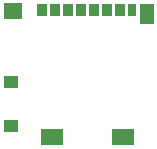
<source format=gbr>
%TF.GenerationSoftware,KiCad,Pcbnew,(6.0.11)*%
%TF.CreationDate,2023-12-27T08:04:14-05:00*%
%TF.ProjectId,input-output.Multi,696e7075-742d-46f7-9574-7075742e4d75,rev?*%
%TF.SameCoordinates,Original*%
%TF.FileFunction,Paste,Top*%
%TF.FilePolarity,Positive*%
%FSLAX46Y46*%
G04 Gerber Fmt 4.6, Leading zero omitted, Abs format (unit mm)*
G04 Created by KiCad (PCBNEW (6.0.11)) date 2023-12-27 08:04:14*
%MOMM*%
%LPD*%
G01*
G04 APERTURE LIST*
%ADD10R,0.850000X1.100000*%
%ADD11R,0.750000X1.100000*%
%ADD12R,1.200000X1.000000*%
%ADD13R,1.170000X1.800000*%
%ADD14R,1.900000X1.350000*%
%ADD15R,1.550000X1.350000*%
G04 APERTURE END LIST*
D10*
%TO.C,J8*%
X250895000Y-71550000D03*
X251995000Y-71550000D03*
X253095000Y-71550000D03*
X254195000Y-71550000D03*
X255295000Y-71550000D03*
X256395000Y-71550000D03*
X257495000Y-71550000D03*
D11*
X258545000Y-71550000D03*
D12*
X248260000Y-77700000D03*
X248260000Y-81400000D03*
D13*
X259755000Y-71900000D03*
D14*
X251760000Y-82375000D03*
X257730000Y-82375000D03*
D15*
X248435000Y-71675000D03*
%TD*%
M02*

</source>
